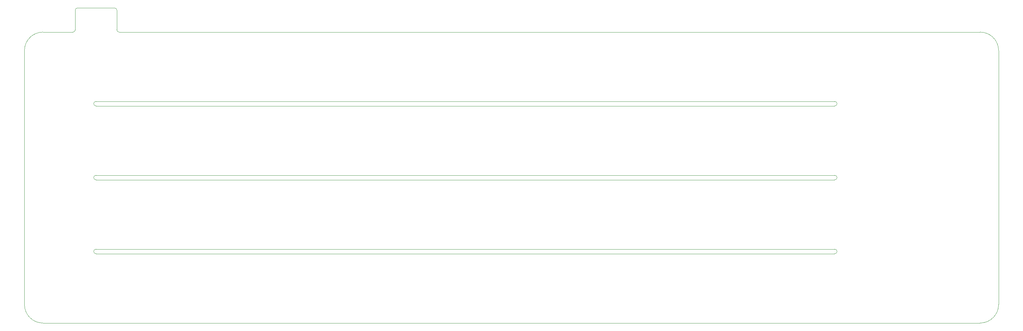
<source format=gm1>
G04 #@! TF.GenerationSoftware,KiCad,Pcbnew,(6.0.1-0)*
G04 #@! TF.CreationDate,2022-04-19T22:54:19-05:00*
G04 #@! TF.ProjectId,pcb,7063622e-6b69-4636-9164-5f7063625858,rev?*
G04 #@! TF.SameCoordinates,Original*
G04 #@! TF.FileFunction,Profile,NP*
%FSLAX46Y46*%
G04 Gerber Fmt 4.6, Leading zero omitted, Abs format (unit mm)*
G04 Created by KiCad (PCBNEW (6.0.1-0)) date 2022-04-19 22:54:19*
%MOMM*%
%LPD*%
G01*
G04 APERTURE LIST*
G04 #@! TA.AperFunction,Profile*
%ADD10C,0.050000*%
G04 #@! TD*
G04 APERTURE END LIST*
D10*
X91057416Y-43668942D02*
X91057416Y-38608805D01*
X329182616Y-49026759D02*
G75*
G03*
X324420112Y-44264255I-4762504J0D01*
G01*
X96415233Y-101414303D02*
X286915393Y-101414303D01*
X324420112Y-119273693D02*
G75*
G03*
X329182616Y-114511189I0J4762504D01*
G01*
X286915393Y-82364287D02*
G75*
G03*
X286915393Y-81173661I0J595313D01*
G01*
X82723034Y-44264255D02*
G75*
G03*
X77960530Y-49026759I0J-4762504D01*
G01*
X329182616Y-49026759D02*
X329182616Y-114511189D01*
X286915393Y-100223677D02*
X96415233Y-100223677D01*
X324420112Y-119273693D02*
X82723034Y-119273693D01*
X77960530Y-114511189D02*
G75*
G03*
X82723034Y-119273693I4762504J0D01*
G01*
X101773051Y-43668958D02*
G75*
G03*
X102368363Y-44264270I595313J1D01*
G01*
X324420112Y-44264255D02*
X102368363Y-44264270D01*
X91652729Y-38013494D02*
X101177738Y-38013494D01*
X286915393Y-62123645D02*
X96415233Y-62123645D01*
X96415233Y-63314271D02*
X286915393Y-63314271D01*
X96415233Y-62123645D02*
G75*
G03*
X96415233Y-63314271I0J-595313D01*
G01*
X286915393Y-63314271D02*
G75*
G03*
X286915393Y-62123645I0J595313D01*
G01*
X77960530Y-114511189D02*
X77960530Y-49026759D01*
X101773050Y-38608806D02*
X101773050Y-43668958D01*
X101773050Y-38608806D02*
G75*
G03*
X101177738Y-38013494I-595313J-1D01*
G01*
X286915393Y-101414303D02*
G75*
G03*
X286915393Y-100223677I0J595313D01*
G01*
X91652728Y-38013494D02*
G75*
G03*
X91057416Y-38608806I1J-595313D01*
G01*
X96415233Y-100223677D02*
G75*
G03*
X96415233Y-101414303I0J-595313D01*
G01*
X90462104Y-44264255D02*
G75*
G03*
X91057416Y-43668943I-1J595313D01*
G01*
X286915393Y-81173661D02*
X96415233Y-81173661D01*
X82723034Y-44264255D02*
X90462104Y-44264255D01*
X96415233Y-81173661D02*
G75*
G03*
X96415233Y-82364287I0J-595313D01*
G01*
X96415233Y-82364287D02*
X286915393Y-82364287D01*
M02*

</source>
